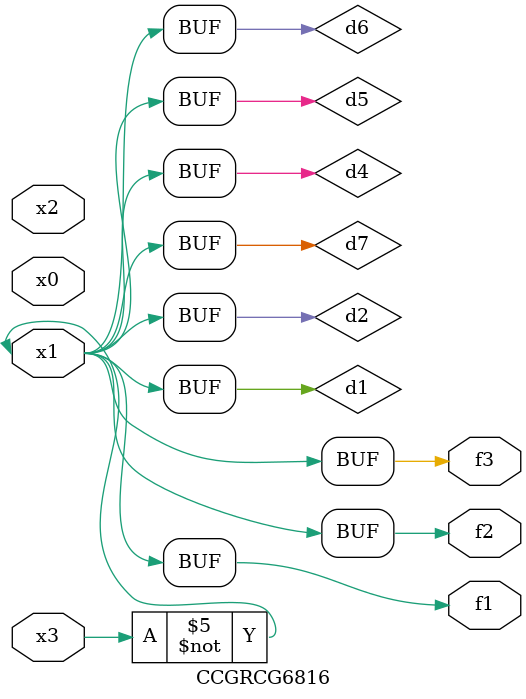
<source format=v>
module CCGRCG6816(
	input x0, x1, x2, x3,
	output f1, f2, f3
);

	wire d1, d2, d3, d4, d5, d6, d7;

	not (d1, x3);
	buf (d2, x1);
	xnor (d3, d1, d2);
	nor (d4, d1);
	buf (d5, d1, d2);
	buf (d6, d4, d5);
	nand (d7, d4);
	assign f1 = d6;
	assign f2 = d7;
	assign f3 = d6;
endmodule

</source>
